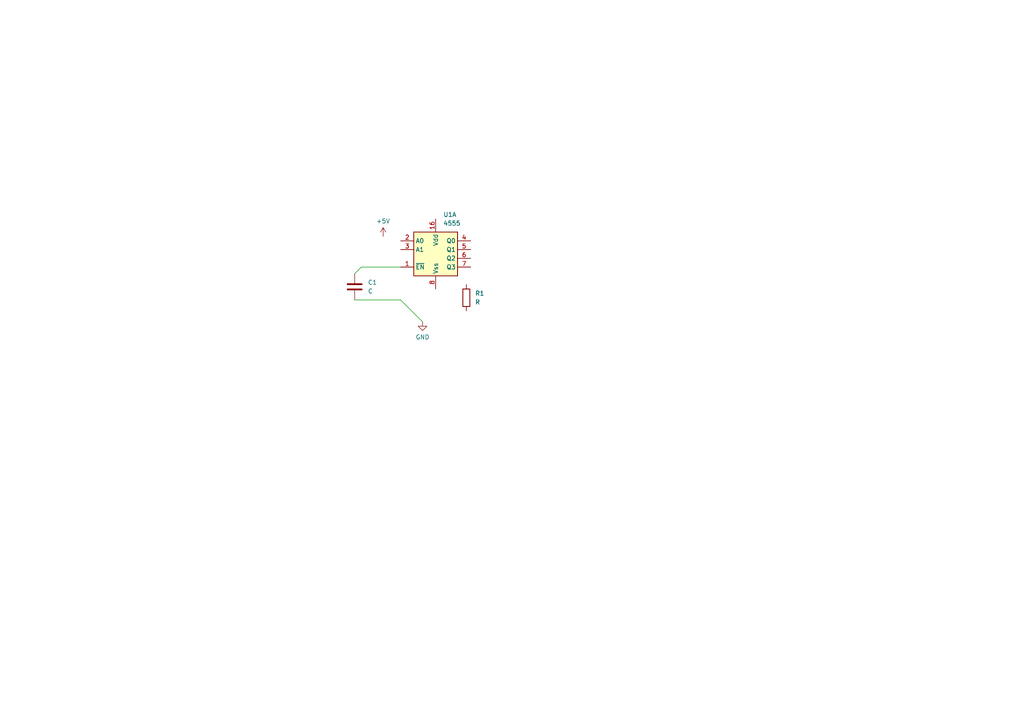
<source format=kicad_sch>
(kicad_sch (version 20230121) (generator eeschema)
  (paper "A4")
  (lib_symbols
    (symbol "4xxx_IEEE:4555" (pin_names (offset 0.508))
      (property "Reference" "U" (at 6.35 8.89 0))
      (property "Value" "4555" (at 6.35 -7.62 0))
      (symbol "4555_0_1"
        (pin power_in line (at 0 10.16 270) (length 3.81) (name "Vdd") (number "16"))
        (pin power_in line (at 0 -10.16 90) (length 3.81) (name "Vss") (number "8"))
        (rectangle (start -6.35 6.35) (end 6.35 -6.35) (stroke (width 0.254)) (fill (type background)))
      )
      (symbol "4555_1_1"
        (pin input line (at -10.16 -3.81 0) (length 3.81) (name "~{EN}") (number "1"))
        (pin input line (at -10.16 3.81 0) (length 3.81) (name "A0") (number "2"))
        (pin input line (at -10.16 1.27 0) (length 3.81) (name "A1") (number "3"))
        (pin output line (at 10.16 3.81 180) (length 3.81) (name "Q0") (number "4"))
        (pin output line (at 10.16 1.27 180) (length 3.81) (name "Q1") (number "5"))
        (pin output line (at 10.16 -1.27 180) (length 3.81) (name "Q2") (number "6"))
        (pin output line (at 10.16 -3.81 180) (length 3.81) (name "Q3") (number "7"))
      )
      (symbol "4555_2_1"
        (pin output line (at 10.16 -1.27 180) (length 3.81) (name "Q2") (number "10"))
        (pin output line (at 10.16 1.27 180) (length 3.81) (name "Q1") (number "11"))
        (pin output line (at 10.16 3.81 180) (length 3.81) (name "Q0") (number "12"))
        (pin input line (at -10.16 1.27 0) (length 3.81) (name "A1") (number "13"))
        (pin input line (at -10.16 3.81 0) (length 3.81) (name "A0") (number "14"))
        (pin input line (at -10.16 -3.81 0) (length 3.81) (name "~{EN}") (number "15"))
        (pin output line (at 10.16 -3.81 180) (length 3.81) (name "Q3") (number "9"))
      )
    )
    (symbol "Device:C" (pin_numbers hide) (pin_names (offset 0.254))
      (property "Reference" "C" (at 0.635 2.54 0))
      (property "Value" "C" (at 0.635 -2.54 0))
      (symbol "C_0_1"
        (polyline (pts (xy -2.032 -0.762) (xy 2.032 -0.762)) (stroke (width 0.508)))
        (polyline (pts (xy -2.032 0.762) (xy 2.032 0.762)) (stroke (width 0.508)))
      )
      (symbol "C_1_1"
        (pin passive line (at 0 3.81 270) (length 2.794) (name "~") (number "1"))
        (pin passive line (at 0 -3.81 90) (length 2.794) (name "~") (number "2"))
      )
    )
    (symbol "Device:R" (pin_numbers hide) (pin_names (offset 0))
      (property "Reference" "R" (at 2.032 0 90))
      (property "Value" "R" (at 0 0 90))
      (symbol "R_0_1"
        (rectangle (start -1.016 -2.54) (end 1.016 2.54) (stroke (width 0.254)))
      )
      (symbol "R_1_1"
        (pin passive line (at 0 3.81 270) (length 1.27) (name "~") (number "1"))
        (pin passive line (at 0 -3.81 90) (length 1.27) (name "~") (number "2"))
      )
    )
    (symbol "power:+5V" (pin_names (offset 0))
      (property "Value" "+5V" (at 0 3.556 0))
      (symbol "+5V_0_1"
        (polyline (pts (xy -0.762 1.27) (xy 0 2.54)))
        (polyline (pts (xy 0 0) (xy 0 2.54)))
        (polyline (pts (xy 0 2.54) (xy 0.762 1.27)))
      )
      (symbol "+5V_1_1"
        (pin power_in line (at 0 0 90) (length 0) hide (name "+5V") (number "1"))
      )
    )
    (symbol "power:GND" (pin_names (offset 0))
      (property "Value" "GND" (at 0 -3.81 0))
      (symbol "GND_0_1"
        (polyline (pts (xy 0 0) (xy 0 -1.27) (xy 1.27 -1.27) (xy 0 -2.54) (xy -1.27 -1.27) (xy 0 -1.27)))
      )
      (symbol "GND_1_1"
        (pin power_in line (at 0 0 270) (length 0) hide (name "GND") (number "1"))
      )
    )
  )
  (wire (pts (xy 102.87 86.995) (xy 116.205 86.995)))
  (wire (pts (xy 116.205 77.47) (xy 104.775 77.47)))
  (wire (pts (xy 116.205 86.995) (xy 122.555 93.345)))
  (wire (pts (xy 104.775 77.47) (xy 102.87 79.375)))
  (symbol (lib_id "power:+5V") (at 111.125 68.58 0) (unit 1)
    (property "Reference" "#PWR02" (effects hide))
    (property "Value" "+5V" (at 111.125 64.135 0))
  )
  (symbol (lib_id "Device:C") (at 102.87 83.185 0) (unit 1)
    (property "Reference" "C1" (at 106.68 81.915 0) (effects (justify left)))
    (property "Value" "C" (at 106.68 84.455 0) (effects (justify left)))
  )
  (symbol (lib_id "Device:R") (at 135.255 86.36 0) (unit 1)
    (property "Reference" "R1" (at 137.795 85.09 0) (effects (justify left)))
    (property "Value" "R" (at 137.795 87.63 0) (effects (justify left)))
  )
  (symbol (lib_id "4xxx_IEEE:4555") (at 126.365 73.66 0) (unit 1)
    (property "Reference" "U1" (at 128.5591 62.23 0) (effects (justify left)))
    (property "Value" "4555" (at 128.5591 64.77 0) (effects (justify left)))
  )
  (symbol (lib_id "power:GND") (at 122.555 93.345 0) (unit 1)
    (property "Reference" "#PWR01" (effects hide))
    (property "Value" "GND" (at 122.555 97.79 0))
  )
)
</source>
